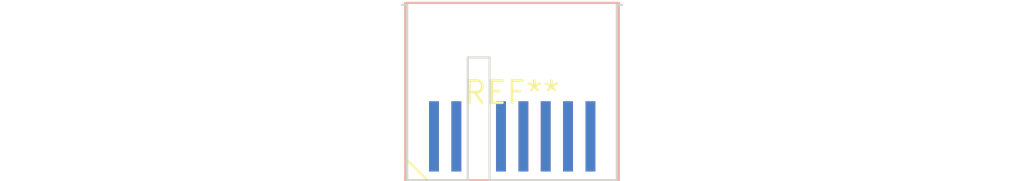
<source format=kicad_pcb>
(kicad_pcb (version 20240108) (generator pcbnew)
  (layers (0 "F.Cu" signal) (31 "B.Cu" signal) (34 "B.Paste" user) (35 "F.Paste" user) (36 "B.SilkS" user "B.Silkscreen") (37 "F.SilkS" user "F.Silkscreen") (38 "B.Mask" user) (39 "F.Mask" user) (44 "Edge.Cuts" user))
  (net 0 "")
  (footprint "Samtec_MECF-08-0_-L-DV_2x08_P1.27mm_Polarized_Edge" (layer "F.Cu") (at 0 0)
    (property "Reference" "REF**")
    (property "Value" "Samtec_MECF-08-0_-L-DV_2x08_P1.27mm_Polarized_Edge")
    (fp_line (start -6.07 -5.11) (end 6.07 -5.11) (layer "B.SilkS") (stroke (width 0.12)))
    (fp_line (start -6.07 5) (end -6.07 -5.11) (layer "B.SilkS") (stroke (width 0.12)))
    (fp_line (start -6.07 5) (end 6.07 5) (layer "B.SilkS") (stroke (width 0.12)))
    (fp_line (start 6.07 5) (end 6.07 -5.11) (layer "B.SilkS") (stroke (width 0.12)))
    (fp_line (start -6.07 -5.11) (end 6.07 -5.11) (layer "F.SilkS") (stroke (width 0.12)))
    (fp_line (start -6.07 3.73) (end -6.07 -5.11) (layer "F.SilkS") (stroke (width 0.12)))
    (fp_line (start -4.8 5) (end -6.07 3.73) (layer "F.SilkS") (stroke (width 0.12)))
    (fp_line (start -4.8 5) (end 6.07 5) (layer "F.SilkS") (stroke (width 0.12)))
    (fp_line (start 6.07 5) (end 6.07 -5.11) (layer "F.SilkS") (stroke (width 0.12)))
    (fp_line (start -6.25 -5) (end -5.955 -5) (layer "Edge.Cuts") (stroke (width 0.12)))
    (fp_line (start -5.955 5) (end -5.955 -5) (layer "Edge.Cuts") (stroke (width 0.12)))
    (fp_line (start -5.955 5) (end -2.515 5) (layer "Edge.Cuts") (stroke (width 0.12)))
    (fp_line (start -2.515 -2) (end -1.275 -2) (layer "Edge.Cuts") (stroke (width 0.12)))
    (fp_line (start -2.515 5) (end -2.515 -2) (layer "Edge.Cuts") (stroke (width 0.12)))
    (fp_line (start -1.275 5) (end -1.275 -2) (layer "Edge.Cuts") (stroke (width 0.12)))
    (fp_line (start -1.275 5) (end 5.955 5) (layer "Edge.Cuts") (stroke (width 0.12)))
    (fp_line (start 5.955 5) (end 5.955 -5) (layer "Edge.Cuts") (stroke (width 0.12)))
    (fp_line (start 6.25 -5) (end 5.955 -5) (layer "Edge.Cuts") (stroke (width 0.12)))
    (pad "1" connect rect (at -4.435 2.5) (size 0.56 4) (layers "F.Cu" "F.Mask"))
    (pad "2" connect rect (at -4.435 2.5) (size 0.56 4) (layers "B.Cu" "B.Mask"))
    (pad "3" connect rect (at -3.165 2.5) (size 0.56 4) (layers "F.Cu" "F.Mask"))
    (pad "4" connect rect (at -3.165 2.5) (size 0.56 4) (layers "B.Cu" "B.Mask"))
    (pad "7" connect rect (at -0.625 2.5) (size 0.56 4) (layers "F.Cu" "F.Mask"))
    (pad "8" connect rect (at -0.625 2.5) (size 0.56 4) (layers "B.Cu" "B.Mask"))
    (pad "9" connect rect (at 0.645 2.5) (size 0.56 4) (layers "F.Cu" "F.Mask"))
    (pad "10" connect rect (at 0.645 2.5) (size 0.56 4) (layers "B.Cu" "B.Mask"))
    (pad "11" connect rect (at 1.915 2.5) (size 0.56 4) (layers "F.Cu" "F.Mask"))
    (pad "12" connect rect (at 1.915 2.5) (size 0.56 4) (layers "B.Cu" "B.Mask"))
    (pad "13" connect rect (at 3.185 2.5) (size 0.56 4) (layers "F.Cu" "F.Mask"))
    (pad "14" connect rect (at 3.185 2.5) (size 0.56 4) (layers "B.Cu" "B.Mask"))
    (pad "15" connect rect (at 4.455 2.5) (size 0.56 4) (layers "F.Cu" "F.Mask"))
    (pad "16" connect rect (at 4.455 2.5) (size 0.56 4) (layers "B.Cu" "B.Mask"))
  )
)
</source>
